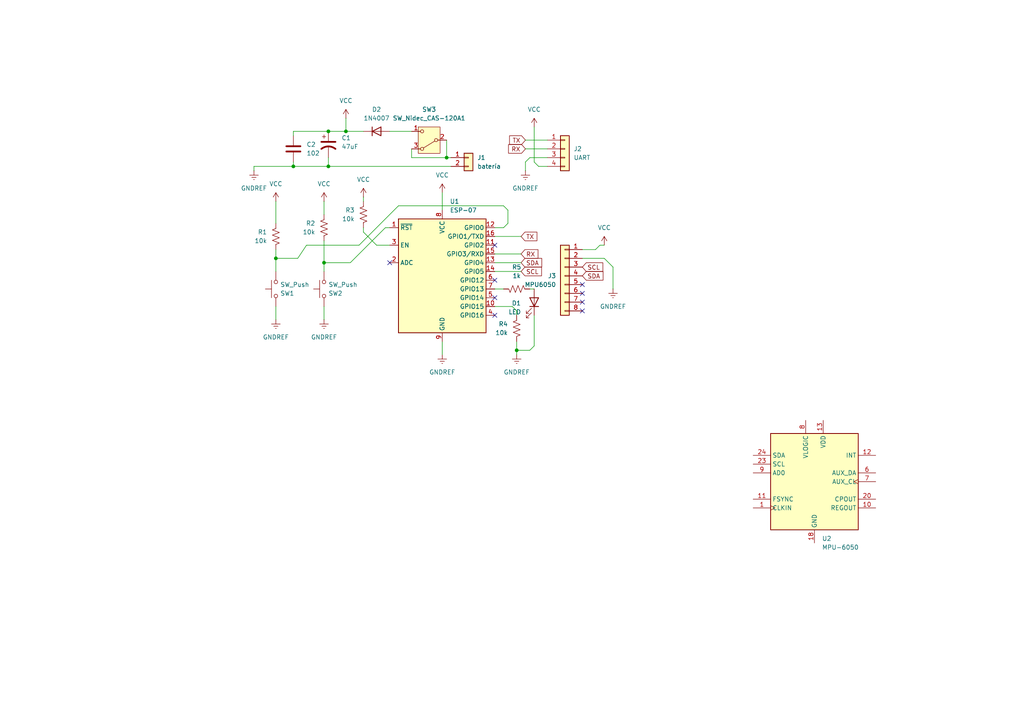
<source format=kicad_sch>
(kicad_sch (version 20231120) (generator "eeschema") (generator_version "8.0")
  (paper "A4")
  (lib_symbols
    (symbol "Connector_Generic:Conn_01x02" (pin_names (offset 1.016) hide)
      (property "Reference" "J" (at 0 2.54 0))
      (property "Value" "Conn_01x02" (at 0 -5.08 0))
      (symbol "Conn_01x02_1_1"
        (rectangle (start -1.27 -2.413) (end 0 -2.667) (stroke (width 0.1524)))
        (rectangle (start -1.27 0.127) (end 0 -0.127) (stroke (width 0.1524)))
        (rectangle (start -1.27 1.27) (end 1.27 -3.81) (stroke (width 0.254)) (fill (type background)))
        (pin passive line (at -5.08 0 0) (length 3.81) (name "Pin_1") (number "1"))
        (pin passive line (at -5.08 -2.54 0) (length 3.81) (name "Pin_2") (number "2"))
      )
    )
    (symbol "Connector_Generic:Conn_01x04" (pin_names (offset 1.016) hide)
      (property "Reference" "J" (at 0 5.08 0))
      (property "Value" "Conn_01x04" (at 0 -7.62 0))
      (symbol "Conn_01x04_1_1"
        (rectangle (start -1.27 -4.953) (end 0 -5.207) (stroke (width 0.1524)))
        (rectangle (start -1.27 -2.413) (end 0 -2.667) (stroke (width 0.1524)))
        (rectangle (start -1.27 0.127) (end 0 -0.127) (stroke (width 0.1524)))
        (rectangle (start -1.27 2.667) (end 0 2.413) (stroke (width 0.1524)))
        (rectangle (start -1.27 3.81) (end 1.27 -6.35) (stroke (width 0.254)) (fill (type background)))
        (pin passive line (at -5.08 2.54 0) (length 3.81) (name "Pin_1") (number "1"))
        (pin passive line (at -5.08 0 0) (length 3.81) (name "Pin_2") (number "2"))
        (pin passive line (at -5.08 -2.54 0) (length 3.81) (name "Pin_3") (number "3"))
        (pin passive line (at -5.08 -5.08 0) (length 3.81) (name "Pin_4") (number "4"))
      )
    )
    (symbol "Connector_Generic:Conn_01x08" (pin_names (offset 1.016) hide)
      (property "Reference" "J" (at 0 10.16 0))
      (property "Value" "Conn_01x08" (at 0 -12.7 0))
      (symbol "Conn_01x08_1_1"
        (rectangle (start -1.27 -10.033) (end 0 -10.287) (stroke (width 0.1524)))
        (rectangle (start -1.27 -7.493) (end 0 -7.747) (stroke (width 0.1524)))
        (rectangle (start -1.27 -4.953) (end 0 -5.207) (stroke (width 0.1524)))
        (rectangle (start -1.27 -2.413) (end 0 -2.667) (stroke (width 0.1524)))
        (rectangle (start -1.27 0.127) (end 0 -0.127) (stroke (width 0.1524)))
        (rectangle (start -1.27 2.667) (end 0 2.413) (stroke (width 0.1524)))
        (rectangle (start -1.27 5.207) (end 0 4.953) (stroke (width 0.1524)))
        (rectangle (start -1.27 7.747) (end 0 7.493) (stroke (width 0.1524)))
        (rectangle (start -1.27 8.89) (end 1.27 -11.43) (stroke (width 0.254)) (fill (type background)))
        (pin passive line (at -5.08 7.62 0) (length 3.81) (name "Pin_1") (number "1"))
        (pin passive line (at -5.08 5.08 0) (length 3.81) (name "Pin_2") (number "2"))
        (pin passive line (at -5.08 2.54 0) (length 3.81) (name "Pin_3") (number "3"))
        (pin passive line (at -5.08 0 0) (length 3.81) (name "Pin_4") (number "4"))
        (pin passive line (at -5.08 -2.54 0) (length 3.81) (name "Pin_5") (number "5"))
        (pin passive line (at -5.08 -5.08 0) (length 3.81) (name "Pin_6") (number "6"))
        (pin passive line (at -5.08 -7.62 0) (length 3.81) (name "Pin_7") (number "7"))
        (pin passive line (at -5.08 -10.16 0) (length 3.81) (name "Pin_8") (number "8"))
      )
    )
    (symbol "Device:C" (pin_numbers hide) (pin_names (offset 0.254))
      (property "Reference" "C" (at 0.635 2.54 0))
      (property "Value" "C" (at 0.635 -2.54 0))
      (symbol "C_0_1"
        (polyline (pts (xy -2.032 -0.762) (xy 2.032 -0.762)) (stroke (width 0.508)))
        (polyline (pts (xy -2.032 0.762) (xy 2.032 0.762)) (stroke (width 0.508)))
      )
      (symbol "C_1_1"
        (pin passive line (at 0 3.81 270) (length 2.794) (name "~") (number "1"))
        (pin passive line (at 0 -3.81 90) (length 2.794) (name "~") (number "2"))
      )
    )
    (symbol "Device:C_Polarized_US" (pin_numbers hide) (pin_names (offset 0.254) hide)
      (property "Reference" "C" (at 0.635 2.54 0))
      (property "Value" "C_Polarized_US" (at 0.635 -2.54 0))
      (symbol "C_Polarized_US_0_1"
        (polyline (pts (xy -2.032 0.762) (xy 2.032 0.762)) (stroke (width 0.508)))
        (polyline (pts (xy -1.778 2.286) (xy -0.762 2.286)))
        (polyline (pts (xy -1.27 1.778) (xy -1.27 2.794)))
        (arc (start 2.032 -1.27) (mid 0 -0.5572) (end -2.032 -1.27) (stroke (width 0.508)))
      )
      (symbol "C_Polarized_US_1_1"
        (pin passive line (at 0 3.81 270) (length 2.794) (name "~") (number "1"))
        (pin passive line (at 0 -3.81 90) (length 3.302) (name "~") (number "2"))
      )
    )
    (symbol "Device:LED" (pin_numbers hide) (pin_names (offset 1.016) hide)
      (property "Reference" "D" (at 0 2.54 0))
      (property "Value" "LED" (at 0 -2.54 0))
      (symbol "LED_0_1"
        (polyline (pts (xy -1.27 -1.27) (xy -1.27 1.27)) (stroke (width 0.254)))
        (polyline (pts (xy -1.27 0) (xy 1.27 0)))
        (polyline (pts (xy 1.27 -1.27) (xy 1.27 1.27) (xy -1.27 0) (xy 1.27 -1.27)) (stroke (width 0.254)))
        (polyline (pts (xy -3.048 -0.762) (xy -4.572 -2.286) (xy -3.81 -2.286) (xy -4.572 -2.286) (xy -4.572 -1.524)))
        (polyline (pts (xy -1.778 -0.762) (xy -3.302 -2.286) (xy -2.54 -2.286) (xy -3.302 -2.286) (xy -3.302 -1.524)))
      )
      (symbol "LED_1_1"
        (pin passive line (at -3.81 0 0) (length 2.54) (name "K") (number "1"))
        (pin passive line (at 3.81 0 180) (length 2.54) (name "A") (number "2"))
      )
    )
    (symbol "Device:R_US" (pin_numbers hide) (pin_names (offset 0))
      (property "Reference" "R" (at 2.54 0 90))
      (property "Value" "R_US" (at -2.54 0 90))
      (symbol "R_US_0_1"
        (polyline (pts (xy 0 -2.286) (xy 0 -2.54)))
        (polyline (pts (xy 0 2.286) (xy 0 2.54)))
        (polyline (pts (xy 0 -0.762) (xy 1.016 -1.143) (xy 0 -1.524) (xy -1.016 -1.905) (xy 0 -2.286)))
        (polyline (pts (xy 0 0.762) (xy 1.016 0.381) (xy 0 0) (xy -1.016 -0.381) (xy 0 -0.762)))
        (polyline (pts (xy 0 2.286) (xy 1.016 1.905) (xy 0 1.524) (xy -1.016 1.143) (xy 0 0.762)))
      )
      (symbol "R_US_1_1"
        (pin passive line (at 0 3.81 270) (length 1.27) (name "~") (number "1"))
        (pin passive line (at 0 -3.81 90) (length 1.27) (name "~") (number "2"))
      )
    )
    (symbol "Diode:1N4007" (pin_numbers hide) (pin_names hide)
      (property "Reference" "D" (at 0 2.54 0))
      (property "Value" "1N4007" (at 0 -2.54 0))
      (symbol "1N4007_0_1"
        (polyline (pts (xy -1.27 1.27) (xy -1.27 -1.27)) (stroke (width 0.254)))
        (polyline (pts (xy 1.27 0) (xy -1.27 0)))
        (polyline (pts (xy 1.27 1.27) (xy 1.27 -1.27) (xy -1.27 0) (xy 1.27 1.27)) (stroke (width 0.254)))
      )
      (symbol "1N4007_1_1"
        (pin passive line (at -3.81 0 0) (length 2.54) (name "K") (number "1"))
        (pin passive line (at 3.81 0 180) (length 2.54) (name "A") (number "2"))
      )
    )
    (symbol "RF_Module:ESP-07"
      (property "Reference" "U" (at -12.7 19.05 0))
      (property "Value" "ESP-07" (at 12.7 19.05 0))
      (symbol "ESP-07_0_1"
        (rectangle (start -12.7 17.78) (end 12.7 -15.24) (stroke (width 0.254)) (fill (type background)))
      )
      (symbol "ESP-07_1_1"
        (pin input line (at -15.24 15.24 0) (length 2.54) (name "~{RST}") (number "1"))
        (pin bidirectional line (at 15.24 -7.62 180) (length 2.54) (name "GPIO15") (number "10"))
        (pin bidirectional line (at 15.24 10.16 180) (length 2.54) (name "GPIO2") (number "11"))
        (pin bidirectional line (at 15.24 15.24 180) (length 2.54) (name "GPIO0") (number "12"))
        (pin bidirectional line (at 15.24 5.08 180) (length 2.54) (name "GPIO4") (number "13"))
        (pin bidirectional line (at 15.24 2.54 180) (length 2.54) (name "GPIO5") (number "14"))
        (pin bidirectional line (at 15.24 7.62 180) (length 2.54) (name "GPIO3/RXD") (number "15"))
        (pin bidirectional line (at 15.24 12.7 180) (length 2.54) (name "GPIO1/TXD") (number "16"))
        (pin input line (at -15.24 5.08 0) (length 2.54) (name "ADC") (number "2"))
        (pin input line (at -15.24 10.16 0) (length 2.54) (name "EN") (number "3"))
        (pin bidirectional line (at 15.24 -10.16 180) (length 2.54) (name "GPIO16") (number "4"))
        (pin bidirectional line (at 15.24 -5.08 180) (length 2.54) (name "GPIO14") (number "5"))
        (pin bidirectional line (at 15.24 0 180) (length 2.54) (name "GPIO12") (number "6"))
        (pin bidirectional line (at 15.24 -2.54 180) (length 2.54) (name "GPIO13") (number "7"))
        (pin power_in line (at 0 20.32 270) (length 2.54) (name "VCC") (number "8"))
        (pin power_in line (at 0 -17.78 90) (length 2.54) (name "GND") (number "9"))
      )
    )
    (symbol "Sensor_Motion:MPU-6050"
      (property "Reference" "U" (at -11.43 13.97 0))
      (property "Value" "MPU-6050" (at 7.62 -15.24 0))
      (symbol "MPU-6050_0_0"
        (text "" (at 12.7 -2.54 0) (effects (font (size 1.27 1.27))))
      )
      (symbol "MPU-6050_0_1"
        (rectangle (start -12.7 13.97) (end 12.7 -13.97) (stroke (width 0.254)) (fill (type background)))
      )
      (symbol "MPU-6050_1_1"
        (pin input clock (at -17.78 -7.62 0) (length 5.08) (name "CLKIN") (number "1"))
        (pin passive line (at 17.78 -7.62 180) (length 5.08) (name "REGOUT") (number "10"))
        (pin input line (at -17.78 -5.08 0) (length 5.08) (name "FSYNC") (number "11"))
        (pin output line (at 17.78 7.62 180) (length 5.08) (name "INT") (number "12"))
        (pin power_in line (at 2.54 17.78 270) (length 3.81) (name "VDD") (number "13"))
        (pin no_connect line (at -12.7 -10.16 0) (length 2.54) hide (name "NC") (number "14"))
        (pin no_connect line (at 12.7 12.7 180) (length 2.54) hide (name "NC") (number "15"))
        (pin no_connect line (at 12.7 10.16 180) (length 2.54) hide (name "NC") (number "16"))
        (pin no_connect line (at 12.7 5.08 180) (length 2.54) hide (name "NC") (number "17"))
        (pin power_in line (at 0 -17.78 90) (length 3.81) (name "GND") (number "18"))
        (pin no_connect line (at 12.7 -10.16 180) (length 2.54) hide (name "RESV") (number "19"))
        (pin no_connect line (at -12.7 12.7 0) (length 2.54) hide (name "NC") (number "2"))
        (pin passive line (at 17.78 -5.08 180) (length 5.08) (name "CPOUT") (number "20"))
        (pin no_connect line (at 12.7 -2.54 180) (length 2.54) hide (name "RESV") (number "21"))
        (pin no_connect line (at 12.7 -12.7 180) (length 2.54) hide (name "RESV") (number "22"))
        (pin input line (at -17.78 5.08 0) (length 5.08) (name "SCL") (number "23"))
        (pin bidirectional line (at -17.78 7.62 0) (length 5.08) (name "SDA") (number "24"))
        (pin no_connect line (at -12.7 10.16 0) (length 2.54) hide (name "NC") (number "3"))
        (pin no_connect line (at -12.7 0 0) (length 2.54) hide (name "NC") (number "4"))
        (pin no_connect line (at -12.7 -2.54 0) (length 2.54) hide (name "NC") (number "5"))
        (pin bidirectional line (at 17.78 2.54 180) (length 5.08) (name "AUX_DA") (number "6"))
        (pin output clock (at 17.78 0 180) (length 5.08) (name "AUX_CL") (number "7"))
        (pin power_in line (at -2.54 17.78 270) (length 3.81) (name "VLOGIC") (number "8"))
        (pin input line (at -17.78 2.54 0) (length 5.08) (name "AD0") (number "9"))
      )
    )
    (symbol "Switch:SW_Nidec_CAS-120A1" (pin_names (offset 1) hide)
      (property "Reference" "SW" (at 0 4.318 0))
      (property "Value" "SW_Nidec_CAS-120A1" (at 0 -5.08 0))
      (symbol "SW_Nidec_CAS-120A1_0_1"
        (circle (center -2.032 0) (radius 0.4572))
        (polyline (pts (xy -1.651 0.254) (xy 1.651 2.286)))
        (circle (center 2.032 -2.54) (radius 0.4572))
        (circle (center 2.032 2.54) (radius 0.4572))
      )
      (symbol "SW_Nidec_CAS-120A1_1_1"
        (rectangle (start -3.175 3.81) (end 3.175 -3.81) (fill (type background)))
        (pin passive line (at 5.08 -2.54 180) (length 2.54) (name "C") (number "1"))
        (pin passive line (at -5.08 0 0) (length 2.54) (name "B") (number "2"))
        (pin passive line (at 5.08 2.54 180) (length 2.54) (name "A") (number "3"))
      )
    )
    (symbol "Switch:SW_Push" (pin_numbers hide) (pin_names (offset 1.016) hide)
      (property "Reference" "SW" (at 1.27 2.54 0))
      (property "Value" "SW_Push" (at 0 -1.524 0))
      (symbol "SW_Push_0_1"
        (circle (center -2.032 0) (radius 0.508))
        (polyline (pts (xy 0 1.27) (xy 0 3.048)))
        (polyline (pts (xy 2.54 1.27) (xy -2.54 1.27)))
        (circle (center 2.032 0) (radius 0.508))
        (pin passive line (at -5.08 0 0) (length 2.54) (name "1") (number "1"))
        (pin passive line (at 5.08 0 180) (length 2.54) (name "2") (number "2"))
      )
    )
    (symbol "power:GNDREF" (power) (pin_numbers hide) (pin_names (offset 0) hide)
      (property "Value" "GNDREF" (at 0 -3.81 0))
      (symbol "GNDREF_0_1"
        (polyline (pts (xy -0.635 -1.905) (xy 0.635 -1.905)))
        (polyline (pts (xy -0.127 -2.54) (xy 0.127 -2.54)))
        (polyline (pts (xy 0 -1.27) (xy 0 0)))
        (polyline (pts (xy 1.27 -1.27) (xy -1.27 -1.27)))
      )
      (symbol "GNDREF_1_1"
        (pin power_in line (at 0 0 270) (length 0) (name "~") (number "1"))
      )
    )
    (symbol "power:VCC" (power) (pin_numbers hide) (pin_names (offset 0) hide)
      (property "Value" "VCC" (at 0 3.556 0))
      (symbol "VCC_0_1"
        (polyline (pts (xy -0.762 1.27) (xy 0 2.54)))
        (polyline (pts (xy 0 0) (xy 0 2.54)))
        (polyline (pts (xy 0 2.54) (xy 0.762 1.27)))
      )
      (symbol "VCC_1_1"
        (pin power_in line (at 0 0 90) (length 0) (name "~") (number "1"))
      )
    )
  )
  (junction (at 129.54 45.72))
  (junction (at 93.98 76.2))
  (junction (at 95.25 48.26))
  (junction (at 95.25 38.1))
  (junction (at 80.01 74.93))
  (junction (at 100.33 38.1))
  (junction (at 85.09 48.26))
  (junction (at 149.86 101.6))
  (no_connect (at 168.91 85.09))
  (no_connect (at 168.91 87.63))
  (no_connect (at 143.51 71.12))
  (no_connect (at 143.51 86.36))
  (no_connect (at 113.03 76.2))
  (no_connect (at 143.51 91.44))
  (no_connect (at 168.91 82.55))
  (no_connect (at 168.91 90.17))
  (no_connect (at 143.51 81.28))
  (wire (pts (xy 128.27 55.88) (xy 128.27 60.96)))
  (wire (pts (xy 143.51 66.04) (xy 146.05 66.04)))
  (wire (pts (xy 148.59 88.9) (xy 149.86 90.17)))
  (wire (pts (xy 149.86 102.87) (xy 149.86 101.6)))
  (wire (pts (xy 153.67 83.82) (xy 154.94 83.82)))
  (wire (pts (xy 85.09 46.99) (xy 85.09 48.26)))
  (wire (pts (xy 153.67 45.72) (xy 152.4 46.99)))
  (wire (pts (xy 143.51 88.9) (xy 148.59 88.9)))
  (wire (pts (xy 119.38 45.72) (xy 129.54 45.72)))
  (wire (pts (xy 146.05 59.69) (xy 147.32 60.96)))
  (wire (pts (xy 173.99 71.12) (xy 172.72 72.39)))
  (wire (pts (xy 177.8 77.47) (xy 177.8 83.82)))
  (wire (pts (xy 80.01 58.42) (xy 80.01 64.77)))
  (wire (pts (xy 149.86 90.17) (xy 149.86 91.44)))
  (wire (pts (xy 104.14 71.12) (xy 115.57 59.69)))
  (wire (pts (xy 100.33 38.1) (xy 105.41 38.1)))
  (wire (pts (xy 154.94 91.44) (xy 154.94 100.33)))
  (wire (pts (xy 80.01 78.74) (xy 80.01 74.93)))
  (wire (pts (xy 88.9 71.12) (xy 104.14 71.12)))
  (wire (pts (xy 105.41 66.04) (xy 105.41 67.31)))
  (wire (pts (xy 93.98 92.71) (xy 93.98 88.9)))
  (wire (pts (xy 93.98 76.2) (xy 101.6 76.2)))
  (wire (pts (xy 80.01 74.93) (xy 86.36 74.93)))
  (wire (pts (xy 113.03 38.1) (xy 119.38 38.1)))
  (wire (pts (xy 109.22 71.12) (xy 113.03 71.12)))
  (wire (pts (xy 95.25 38.1) (xy 100.33 38.1)))
  (wire (pts (xy 100.33 34.29) (xy 100.33 38.1)))
  (wire (pts (xy 158.75 45.72) (xy 153.67 45.72)))
  (wire (pts (xy 80.01 74.93) (xy 80.01 72.39)))
  (wire (pts (xy 105.41 67.31) (xy 109.22 71.12)))
  (wire (pts (xy 73.66 48.26) (xy 85.09 48.26)))
  (wire (pts (xy 152.4 46.99) (xy 152.4 49.53)))
  (wire (pts (xy 154.94 36.83) (xy 154.94 46.99)))
  (wire (pts (xy 80.01 92.71) (xy 80.01 88.9)))
  (wire (pts (xy 95.25 48.26) (xy 130.81 48.26)))
  (wire (pts (xy 147.32 60.96) (xy 147.32 64.77)))
  (wire (pts (xy 93.98 58.42) (xy 93.98 62.23)))
  (wire (pts (xy 175.26 71.12) (xy 173.99 71.12)))
  (wire (pts (xy 113.03 66.04) (xy 111.76 66.04)))
  (wire (pts (xy 172.72 72.39) (xy 168.91 72.39)))
  (wire (pts (xy 95.25 45.72) (xy 95.25 48.26)))
  (wire (pts (xy 175.26 74.93) (xy 177.8 77.47)))
  (wire (pts (xy 129.54 40.64) (xy 129.54 45.72)))
  (wire (pts (xy 158.75 48.26) (xy 156.21 48.26)))
  (wire (pts (xy 151.13 73.66) (xy 143.51 73.66)))
  (wire (pts (xy 143.51 83.82) (xy 146.05 83.82)))
  (wire (pts (xy 101.6 76.2) (xy 111.76 66.04)))
  (wire (pts (xy 149.86 101.6) (xy 149.86 99.06)))
  (wire (pts (xy 151.13 68.58) (xy 143.51 68.58)))
  (wire (pts (xy 119.38 43.18) (xy 119.38 45.72)))
  (wire (pts (xy 151.13 76.2) (xy 143.51 76.2)))
  (wire (pts (xy 168.91 74.93) (xy 175.26 74.93)))
  (wire (pts (xy 151.13 78.74) (xy 143.51 78.74)))
  (wire (pts (xy 149.86 101.6) (xy 153.67 101.6)))
  (wire (pts (xy 115.57 59.69) (xy 146.05 59.69)))
  (wire (pts (xy 93.98 78.74) (xy 93.98 76.2)))
  (wire (pts (xy 85.09 38.1) (xy 95.25 38.1)))
  (wire (pts (xy 85.09 48.26) (xy 95.25 48.26)))
  (wire (pts (xy 154.94 100.33) (xy 153.67 101.6)))
  (wire (pts (xy 156.21 48.26) (xy 154.94 46.99)))
  (wire (pts (xy 147.32 64.77) (xy 146.05 66.04)))
  (wire (pts (xy 85.09 38.1) (xy 85.09 39.37)))
  (wire (pts (xy 152.4 40.64) (xy 158.75 40.64)))
  (wire (pts (xy 73.66 48.26) (xy 73.66 49.53)))
  (wire (pts (xy 88.9 71.12) (xy 86.36 74.93)))
  (wire (pts (xy 129.54 45.72) (xy 130.81 45.72)))
  (wire (pts (xy 152.4 43.18) (xy 158.75 43.18)))
  (wire (pts (xy 105.41 57.15) (xy 105.41 58.42)))
  (wire (pts (xy 128.27 102.87) (xy 128.27 99.06)))
  (wire (pts (xy 93.98 76.2) (xy 93.98 69.85)))
  (global_label "SCL" (shape input) (at 168.91 77.47 0) (property "Intersheetrefs" "${INTERSHEET_REFS}" (effects (hide yes))))
  (global_label "TX" (shape input) (at 151.13 68.58 0) (property "Intersheetrefs" "${INTERSHEET_REFS}" (effects (hide yes))))
  (global_label "TX" (shape input) (at 152.4 40.64 180) (property "Intersheetrefs" "${INTERSHEET_REFS}" (effects (hide yes))))
  (global_label "RX" (shape input) (at 152.4 43.18 180) (property "Intersheetrefs" "${INTERSHEET_REFS}" (effects (hide yes))))
  (global_label "RX" (shape input) (at 151.13 73.66 0) (property "Intersheetrefs" "${INTERSHEET_REFS}" (effects (hide yes))))
  (global_label "SDA" (shape input) (at 168.91 80.01 0) (property "Intersheetrefs" "${INTERSHEET_REFS}" (effects (hide yes))))
  (global_label "SDA" (shape input) (at 151.13 76.2 0) (property "Intersheetrefs" "${INTERSHEET_REFS}" (effects (hide yes))))
  (global_label "SCL" (shape input) (at 151.13 78.74 0) (property "Intersheetrefs" "${INTERSHEET_REFS}" (effects (hide yes))))
  (symbol (lib_id "Device:LED") (at 154.94 87.63 270) (mirror x) (unit 1)
    (property "Reference" "D1" (at 151.13 87.9474 90) (effects (justify right)))
    (property "Value" "LED" (at 151.13 90.4874 90) (effects (justify right)))
    (property "Footprint" "LED_SMD:LED_1206_3216Metric_Pad1.42x1.75mm_HandSolder" (effects (hide yes)))
    (property "Description" "Light emitting diode" (effects (hide yes)))
  )
  (symbol (lib_id "power:GNDREF") (at 177.8 83.82 0) (mirror y) (unit 1)
    (property "Reference" "#PWR04" (effects (hide yes)))
    (property "Value" "GNDREF" (at 177.8 88.9 0))
    (property "Description" "Power symbol creates a global label with name \"GNDREF\" , reference supply ground" (effects (hide yes)))
  )
  (symbol (lib_id "RF_Module:ESP-07") (at 128.27 81.28 0) (unit 1)
    (property "Reference" "U1" (at 130.4641 58.42 0) (effects (justify left)))
    (property "Value" "ESP-07" (at 130.4641 60.96 0) (effects (justify left)))
    (property "Footprint" "RF_Module:ESP-07" (effects (hide yes)))
    (property "Datasheet" "http://wiki.ai-thinker.com/_media/esp8266/esp8266_series_modules_user_manual_v1.1.pdf" (effects (hide yes)))
    (property "Description" "802.11 b/g/n Wi-Fi Module" (effects (hide yes)))
  )
  (symbol (lib_id "Device:C_Polarized_US") (at 95.25 41.91 0) (unit 1)
    (property "Reference" "C1" (at 99.06 40.0049 0) (effects (justify left)))
    (property "Value" "47uF" (at 99.06 42.5449 0) (effects (justify left)))
    (property "Footprint" "Capacitor_SMD:CP_Elec_5x5.4" (effects (hide yes)))
    (property "Description" "Polarized capacitor, US symbol" (effects (hide yes)))
  )
  (symbol (lib_id "Switch:SW_Nidec_CAS-120A1") (at 124.46 40.64 180) (unit 1)
    (property "Reference" "SW3" (at 124.46 31.75 0))
    (property "Value" "SW_Nidec_CAS-120A1" (at 124.46 34.29 0))
    (property "Footprint" "Button_Switch_THT:SW_Slide_SPDT_Angled_CK_OS102011MA1Q" (effects (hide yes)))
    (property "Datasheet" "https://www.nidec-components.com/e/catalog/switch/cas.pdf" (effects (hide yes)))
    (property "Description" "Switch, single pole double throw" (effects (hide yes)))
  )
  (symbol (lib_id "power:VCC") (at 154.94 36.83 0) (unit 1)
    (property "Reference" "#PWR012" (effects (hide yes)))
    (property "Value" "VCC" (at 154.94 31.75 0))
    (property "Description" "Power symbol creates a global label with name \"VCC\"" (effects (hide yes)))
  )
  (symbol (lib_id "Diode:1N4007") (at 109.22 38.1 0) (unit 1)
    (property "Reference" "D2" (at 109.22 31.75 0))
    (property "Value" "1N4007" (at 109.22 34.29 0))
    (property "Footprint" "Diode_SMD:D_SMA_Handsoldering" (effects (hide yes)))
    (property "Datasheet" "http://www.vishay.com/docs/88503/1n4001.pdf" (effects (hide yes)))
    (property "Description" "1000V 1A General Purpose Rectifier Diode, DO-41" (effects (hide yes)))
    (property "Sim.Device" "D" (effects (hide yes)))
    (property "Sim.Pins" "1=K 2=A" (effects (hide yes)))
  )
  (symbol (lib_id "Device:R_US") (at 105.41 62.23 0) (mirror x) (unit 1)
    (property "Reference" "R3" (at 102.87 60.9599 0) (effects (justify right)))
    (property "Value" "10k" (at 102.87 63.4999 0) (effects (justify right)))
    (property "Footprint" "Resistor_SMD:R_1206_3216Metric_Pad1.30x1.75mm_HandSolder" (effects (hide yes)))
    (property "Description" "Resistor, US symbol" (effects (hide yes)))
  )
  (symbol (lib_id "Sensor_Motion:MPU-6050") (at 236.22 139.7 0) (unit 1)
    (property "Reference" "U2" (at 238.4141 156.21 0) (effects (justify left)))
    (property "Value" "MPU-6050" (at 238.4141 158.75 0) (effects (justify left)))
    (property "Footprint" "Sensor_Motion:InvenSense_QFN-24_4x4mm_P0.5mm" (effects (hide yes)))
    (property "Datasheet" "https://invensense.tdk.com/wp-content/uploads/2015/02/MPU-6000-Datasheet1.pdf" (effects (hide yes)))
    (property "Description" "InvenSense 6-Axis Motion Sensor, Gyroscope, Accelerometer, I2C" (effects (hide yes)))
  )
  (symbol (lib_id "Device:R_US") (at 149.86 95.25 0) (mirror x) (unit 1)
    (property "Reference" "R4" (at 147.32 93.9799 0) (effects (justify right)))
    (property "Value" "10k" (at 147.32 96.5199 0) (effects (justify right)))
    (property "Footprint" "Resistor_SMD:R_1206_3216Metric_Pad1.30x1.75mm_HandSolder" (effects (hide yes)))
    (property "Description" "Resistor, US symbol" (effects (hide yes)))
  )
  (symbol (lib_id "power:GNDREF") (at 73.66 49.53 0) (unit 1)
    (property "Reference" "#PWR06" (effects (hide yes)))
    (property "Value" "GNDREF" (at 73.66 54.61 0))
    (property "Description" "Power symbol creates a global label with name \"GNDREF\" , reference supply ground" (effects (hide yes)))
  )
  (symbol (lib_id "power:GNDREF") (at 128.27 102.87 0) (unit 1)
    (property "Reference" "#PWR01" (effects (hide yes)))
    (property "Value" "GNDREF" (at 128.27 107.95 0))
    (property "Description" "Power symbol creates a global label with name \"GNDREF\" , reference supply ground" (effects (hide yes)))
  )
  (symbol (lib_id "power:VCC") (at 175.26 71.12 0) (mirror y) (unit 1)
    (property "Reference" "#PWR05" (effects (hide yes)))
    (property "Value" "VCC" (at 175.26 66.04 0))
    (property "Description" "Power symbol creates a global label with name \"VCC\"" (effects (hide yes)))
  )
  (symbol (lib_id "Switch:SW_Push") (at 93.98 83.82 90) (mirror x) (unit 1)
    (property "Reference" "SW2" (at 95.25 85.0901 90) (effects (justify right)))
    (property "Value" "SW_Push" (at 95.25 82.5501 90) (effects (justify right)))
    (property "Footprint" "Button_Switch_SMD:SW_SPST_PTS645" (effects (hide yes)))
    (property "Description" "Push button switch, generic, two pins" (effects (hide yes)))
  )
  (symbol (lib_id "power:VCC") (at 128.27 55.88 0) (unit 1)
    (property "Reference" "#PWR03" (effects (hide yes)))
    (property "Value" "VCC" (at 128.27 50.8 0))
    (property "Description" "Power symbol creates a global label with name \"VCC\"" (effects (hide yes)))
  )
  (symbol (lib_id "Device:C") (at 85.09 43.18 0) (unit 1)
    (property "Reference" "C2" (at 88.9 41.9099 0) (effects (justify left)))
    (property "Value" "102" (at 88.9 44.4499 0) (effects (justify left)))
    (property "Footprint" "Capacitor_SMD:C_1206_3216Metric_Pad1.33x1.80mm_HandSolder" (effects (hide yes)))
    (property "Description" "Unpolarized capacitor" (effects (hide yes)))
  )
  (symbol (lib_id "Device:R_US") (at 93.98 66.04 0) (mirror x) (unit 1)
    (property "Reference" "R2" (at 91.44 64.7699 0) (effects (justify right)))
    (property "Value" "10k" (at 91.44 67.3099 0) (effects (justify right)))
    (property "Footprint" "Resistor_SMD:R_1206_3216Metric_Pad1.30x1.75mm_HandSolder" (effects (hide yes)))
    (property "Description" "Resistor, US symbol" (effects (hide yes)))
  )
  (symbol (lib_id "power:VCC") (at 93.98 58.42 0) (unit 1)
    (property "Reference" "#PWR09" (effects (hide yes)))
    (property "Value" "VCC" (at 93.98 53.34 0))
    (property "Description" "Power symbol creates a global label with name \"VCC\"" (effects (hide yes)))
  )
  (symbol (lib_id "power:VCC") (at 100.33 34.29 0) (unit 1)
    (property "Reference" "#PWR02" (effects (hide yes)))
    (property "Value" "VCC" (at 100.33 29.21 0))
    (property "Description" "Power symbol creates a global label with name \"VCC\"" (effects (hide yes)))
  )
  (symbol (lib_id "power:GNDREF") (at 93.98 92.71 0) (unit 1)
    (property "Reference" "#PWR010" (effects (hide yes)))
    (property "Value" "GNDREF" (at 93.98 97.79 0))
    (property "Description" "Power symbol creates a global label with name \"GNDREF\" , reference supply ground" (effects (hide yes)))
  )
  (symbol (lib_id "Device:R_US") (at 149.86 83.82 270) (mirror x) (unit 1)
    (property "Reference" "R5" (at 149.86 77.47 90))
    (property "Value" "1k" (at 149.86 80.01 90))
    (property "Footprint" "Resistor_SMD:R_1206_3216Metric_Pad1.30x1.75mm_HandSolder" (effects (hide yes)))
    (property "Description" "Resistor, US symbol" (effects (hide yes)))
  )
  (symbol (lib_id "Connector_Generic:Conn_01x02") (at 135.89 45.72 0) (unit 1)
    (property "Reference" "J1" (at 138.43 45.7199 0) (effects (justify left)))
    (property "Value" "batería" (at 138.43 48.2599 0) (effects (justify left)))
    (property "Footprint" "Connector_PinHeader_2.54mm:PinHeader_1x02_P2.54mm_Horizontal" (effects (hide yes)))
    (property "Description" "Generic connector, single row, 01x02, script generated (kicad-library-utils/schlib/autogen/connector/)" (effects (hide yes)))
  )
  (symbol (lib_id "Connector_Generic:Conn_01x08") (at 163.83 80.01 0) (mirror y) (unit 1)
    (property "Reference" "J3" (at 161.29 80.0099 0) (effects (justify left)))
    (property "Value" "MPU6050" (at 161.29 82.5499 0) (effects (justify left)))
    (property "Footprint" "Connector_PinSocket_2.54mm:PinSocket_1x08_P2.54mm_Vertical" (effects (hide yes)))
    (property "Description" "Generic connector, single row, 01x08, script generated (kicad-library-utils/schlib/autogen/connector/)" (effects (hide yes)))
  )
  (symbol (lib_id "Device:R_US") (at 80.01 68.58 0) (mirror x) (unit 1)
    (property "Reference" "R1" (at 77.47 67.3099 0) (effects (justify right)))
    (property "Value" "10k" (at 77.47 69.8499 0) (effects (justify right)))
    (property "Footprint" "Resistor_SMD:R_1206_3216Metric_Pad1.30x1.75mm_HandSolder" (effects (hide yes)))
    (property "Description" "Resistor, US symbol" (effects (hide yes)))
  )
  (symbol (lib_id "power:VCC") (at 80.01 58.42 0) (unit 1)
    (property "Reference" "#PWR08" (effects (hide yes)))
    (property "Value" "VCC" (at 80.01 53.34 0))
    (property "Description" "Power symbol creates a global label with name \"VCC\"" (effects (hide yes)))
  )
  (symbol (lib_id "Connector_Generic:Conn_01x04") (at 163.83 43.18 0) (unit 1)
    (property "Reference" "J2" (at 166.37 43.1799 0) (effects (justify left)))
    (property "Value" "UART" (at 166.37 45.7199 0) (effects (justify left)))
    (property "Footprint" "Connector_PinHeader_2.54mm:PinHeader_1x04_P2.54mm_Vertical" (effects (hide yes)))
    (property "Description" "Generic connector, single row, 01x04, script generated (kicad-library-utils/schlib/autogen/connector/)" (effects (hide yes)))
  )
  (symbol (lib_id "power:GNDREF") (at 80.01 92.71 0) (unit 1)
    (property "Reference" "#PWR07" (effects (hide yes)))
    (property "Value" "GNDREF" (at 80.01 97.79 0))
    (property "Description" "Power symbol creates a global label with name \"GNDREF\" , reference supply ground" (effects (hide yes)))
  )
  (symbol (lib_id "power:GNDREF") (at 152.4 49.53 0) (unit 1)
    (property "Reference" "#PWR013" (effects (hide yes)))
    (property "Value" "GNDREF" (at 152.4 54.61 0))
    (property "Description" "Power symbol creates a global label with name \"GNDREF\" , reference supply ground" (effects (hide yes)))
  )
  (symbol (lib_id "Switch:SW_Push") (at 80.01 83.82 90) (mirror x) (unit 1)
    (property "Reference" "SW1" (at 81.28 85.0901 90) (effects (justify right)))
    (property "Value" "SW_Push" (at 81.28 82.5501 90) (effects (justify right)))
    (property "Footprint" "Button_Switch_SMD:SW_SPST_PTS645" (effects (hide yes)))
    (property "Description" "Push button switch, generic, two pins" (effects (hide yes)))
  )
  (symbol (lib_id "power:VCC") (at 105.41 57.15 0) (unit 1)
    (property "Reference" "#PWR011" (effects (hide yes)))
    (property "Value" "VCC" (at 105.41 52.07 0))
    (property "Description" "Power symbol creates a global label with name \"VCC\"" (effects (hide yes)))
  )
  (symbol (lib_id "power:GNDREF") (at 149.86 102.87 0) (unit 1)
    (property "Reference" "#PWR014" (effects (hide yes)))
    (property "Value" "GNDREF" (at 149.86 107.95 0))
    (property "Description" "Power symbol creates a global label with name \"GNDREF\" , reference supply ground" (effects (hide yes)))
  )
)
</source>
